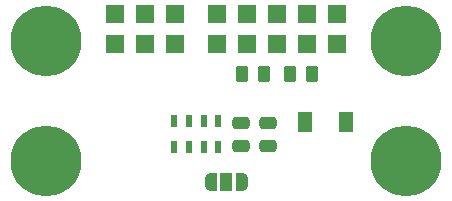
<source format=gbr>
%TF.GenerationSoftware,KiCad,Pcbnew,6.0.11+dfsg-1~bpo11+1*%
%TF.CreationDate,2023-05-28T00:39:31+00:00*%
%TF.ProjectId,ALTIMET02,414c5449-4d45-4543-9032-2e6b69636164,rev?*%
%TF.SameCoordinates,Original*%
%TF.FileFunction,Soldermask,Bot*%
%TF.FilePolarity,Negative*%
%FSLAX46Y46*%
G04 Gerber Fmt 4.6, Leading zero omitted, Abs format (unit mm)*
G04 Created by KiCad (PCBNEW 6.0.11+dfsg-1~bpo11+1) date 2023-05-28 00:39:31*
%MOMM*%
%LPD*%
G01*
G04 APERTURE LIST*
G04 Aperture macros list*
%AMRoundRect*
0 Rectangle with rounded corners*
0 $1 Rounding radius*
0 $2 $3 $4 $5 $6 $7 $8 $9 X,Y pos of 4 corners*
0 Add a 4 corners polygon primitive as box body*
4,1,4,$2,$3,$4,$5,$6,$7,$8,$9,$2,$3,0*
0 Add four circle primitives for the rounded corners*
1,1,$1+$1,$2,$3*
1,1,$1+$1,$4,$5*
1,1,$1+$1,$6,$7*
1,1,$1+$1,$8,$9*
0 Add four rect primitives between the rounded corners*
20,1,$1+$1,$2,$3,$4,$5,0*
20,1,$1+$1,$4,$5,$6,$7,0*
20,1,$1+$1,$6,$7,$8,$9,0*
20,1,$1+$1,$8,$9,$2,$3,0*%
%AMFreePoly0*
4,1,22,0.550000,-0.750000,0.000000,-0.750000,0.000000,-0.745033,-0.079941,-0.743568,-0.215256,-0.701293,-0.333266,-0.622738,-0.424486,-0.514219,-0.481581,-0.384460,-0.499164,-0.250000,-0.500000,-0.250000,-0.500000,0.250000,-0.499164,0.250000,-0.499963,0.256109,-0.478152,0.396186,-0.417904,0.524511,-0.324060,0.630769,-0.204165,0.706417,-0.067858,0.745374,0.000000,0.744959,0.000000,0.750000,
0.550000,0.750000,0.550000,-0.750000,0.550000,-0.750000,$1*%
%AMFreePoly1*
4,1,20,0.000000,0.744959,0.073905,0.744508,0.209726,0.703889,0.328688,0.626782,0.421226,0.519385,0.479903,0.390333,0.500000,0.250000,0.500000,-0.250000,0.499851,-0.262216,0.476331,-0.402017,0.414519,-0.529596,0.319384,-0.634700,0.198574,-0.708877,0.061801,-0.746166,0.000000,-0.745033,0.000000,-0.750000,-0.550000,-0.750000,-0.550000,0.750000,0.000000,0.750000,0.000000,0.744959,
0.000000,0.744959,$1*%
G04 Aperture macros list end*
%ADD10R,1.524000X1.524000*%
%ADD11C,6.000000*%
%ADD12RoundRect,0.250000X-0.262500X-0.450000X0.262500X-0.450000X0.262500X0.450000X-0.262500X0.450000X0*%
%ADD13RoundRect,0.250000X0.475000X-0.250000X0.475000X0.250000X-0.475000X0.250000X-0.475000X-0.250000X0*%
%ADD14R,1.300000X1.700000*%
%ADD15R,0.600000X1.100000*%
%ADD16RoundRect,0.250000X0.262500X0.450000X-0.262500X0.450000X-0.262500X-0.450000X0.262500X-0.450000X0*%
%ADD17FreePoly0,180.000000*%
%ADD18R,1.000000X1.500000*%
%ADD19FreePoly1,180.000000*%
G04 APERTURE END LIST*
D10*
%TO.C,J3*%
X141478000Y-99314000D03*
X141478000Y-101854000D03*
X138938000Y-99314000D03*
X138938000Y-101854000D03*
X136398000Y-99314000D03*
X136398000Y-101854000D03*
X133858000Y-99314000D03*
X133858000Y-101854000D03*
X131318000Y-99314000D03*
X131318000Y-101854000D03*
%TD*%
%TO.C,J2*%
X122682000Y-101854000D03*
X122682000Y-99314000D03*
X125222000Y-101854000D03*
X125222000Y-99314000D03*
X127762000Y-101854000D03*
X127762000Y-99314000D03*
%TD*%
D11*
%TO.C,H1*%
X147320000Y-111760000D03*
%TD*%
%TO.C,H4*%
X116840000Y-101600000D03*
%TD*%
%TO.C,H3*%
X147320000Y-101600000D03*
%TD*%
%TO.C,H2*%
X116840000Y-111760000D03*
%TD*%
D12*
%TO.C,R1*%
X137517500Y-104394000D03*
X139342500Y-104394000D03*
%TD*%
D13*
%TO.C,C2*%
X135636000Y-110490000D03*
X135636000Y-108590000D03*
%TD*%
D14*
%TO.C,D1*%
X138712000Y-108458000D03*
X142212000Y-108458000D03*
%TD*%
D15*
%TO.C,IC1*%
X131415000Y-110574000D03*
X130165000Y-110574000D03*
X128915000Y-110574000D03*
X127665000Y-110574000D03*
X127665000Y-108374000D03*
X128915000Y-108374000D03*
X130165000Y-108374000D03*
X131415000Y-108374000D03*
%TD*%
D16*
%TO.C,R2*%
X135278500Y-104394000D03*
X133453500Y-104394000D03*
%TD*%
D13*
%TO.C,C1*%
X133350000Y-110490000D03*
X133350000Y-108590000D03*
%TD*%
D17*
%TO.C,JP1*%
X133380000Y-113538000D03*
D18*
X132080000Y-113538000D03*
D19*
X130780000Y-113538000D03*
%TD*%
M02*

</source>
